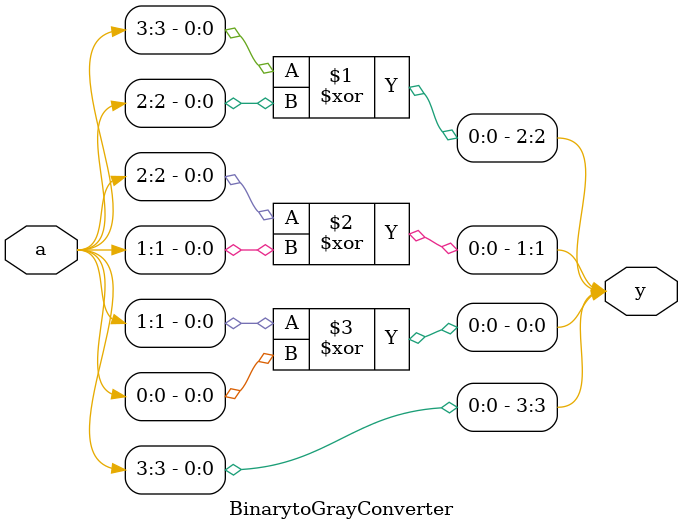
<source format=v>
module BinarytoGrayConverter (
    input [3:0]a,
    output [3:0]y
);
    assign y[3] = a[3];
    assign y[2] = a[3] ^ a[2];
    assign y[1] = a[2] ^ a[1];
    assign y[0] = a[1] ^ a[0];
endmodule
</source>
